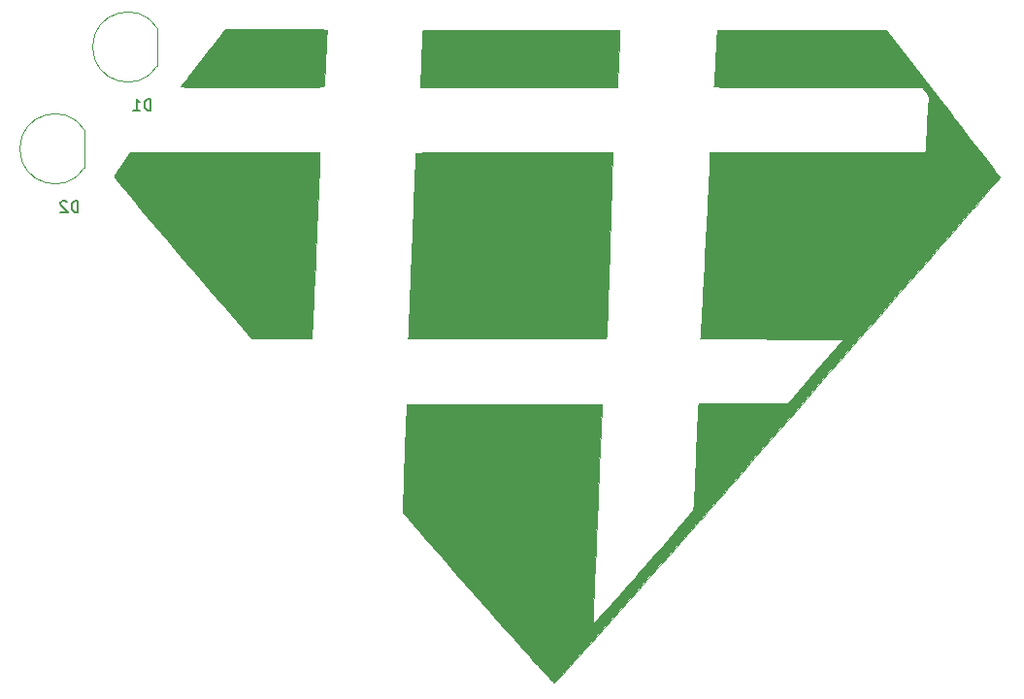
<source format=gbo>
G04 #@! TF.GenerationSoftware,KiCad,Pcbnew,(5.1.2)-1*
G04 #@! TF.CreationDate,2019-06-22T12:29:30-06:00*
G04 #@! TF.ProjectId,superhashtagpcb,73757065-7268-4617-9368-746167706362,rev?*
G04 #@! TF.SameCoordinates,Original*
G04 #@! TF.FileFunction,Legend,Bot*
G04 #@! TF.FilePolarity,Positive*
%FSLAX46Y46*%
G04 Gerber Fmt 4.6, Leading zero omitted, Abs format (unit mm)*
G04 Created by KiCad (PCBNEW (5.1.2)-1) date 2019-06-22 12:29:30*
%MOMM*%
%LPD*%
G04 APERTURE LIST*
%ADD10C,0.100000*%
%ADD11C,0.010000*%
%ADD12C,0.150000*%
G04 APERTURE END LIST*
D10*
X118181718Y-83482789D02*
G75*
G03X118180000Y-86700000I-2611718J-1607211D01*
G01*
X118180000Y-83490000D02*
X118180000Y-86700000D01*
X111831718Y-92372789D02*
G75*
G03X111830000Y-95590000I-2611718J-1607211D01*
G01*
X111830000Y-92380000D02*
X111830000Y-95590000D01*
D11*
G36*
X158466667Y-83838641D02*
G01*
X158464683Y-83936752D01*
X158459050Y-84108699D01*
X158450250Y-84343750D01*
X158438761Y-84631176D01*
X158425064Y-84960244D01*
X158409639Y-85320225D01*
X158392966Y-85700388D01*
X158375525Y-86090002D01*
X158357795Y-86478337D01*
X158340257Y-86854661D01*
X158323391Y-87208245D01*
X158307677Y-87528356D01*
X158293595Y-87804266D01*
X158281625Y-88025242D01*
X158272861Y-88171250D01*
X158245867Y-88584000D01*
X141071656Y-88584000D01*
X141090418Y-88382917D01*
X141095674Y-88302464D01*
X141103795Y-88146140D01*
X141114397Y-87922677D01*
X141127097Y-87640809D01*
X141141511Y-87309269D01*
X141157256Y-86936790D01*
X141173948Y-86532105D01*
X141191204Y-86103946D01*
X141197780Y-85938167D01*
X141214977Y-85509298D01*
X141231679Y-85105347D01*
X141247521Y-84734335D01*
X141262135Y-84404288D01*
X141275155Y-84123227D01*
X141286214Y-83899175D01*
X141294947Y-83740156D01*
X141300986Y-83654192D01*
X141302694Y-83641584D01*
X141319792Y-83635176D01*
X141368930Y-83629273D01*
X141453039Y-83623858D01*
X141575051Y-83618910D01*
X141737899Y-83614414D01*
X141944515Y-83610350D01*
X142197829Y-83606701D01*
X142500775Y-83603448D01*
X142856284Y-83600573D01*
X143267288Y-83598059D01*
X143736719Y-83595887D01*
X144267509Y-83594039D01*
X144862589Y-83592498D01*
X145524892Y-83591245D01*
X146257350Y-83590261D01*
X147062895Y-83589530D01*
X147944457Y-83589032D01*
X148904971Y-83588751D01*
X149892838Y-83588667D01*
X158466667Y-83588667D01*
X158466667Y-83838641D01*
X158466667Y-83838641D01*
G37*
X158466667Y-83838641D02*
X158464683Y-83936752D01*
X158459050Y-84108699D01*
X158450250Y-84343750D01*
X158438761Y-84631176D01*
X158425064Y-84960244D01*
X158409639Y-85320225D01*
X158392966Y-85700388D01*
X158375525Y-86090002D01*
X158357795Y-86478337D01*
X158340257Y-86854661D01*
X158323391Y-87208245D01*
X158307677Y-87528356D01*
X158293595Y-87804266D01*
X158281625Y-88025242D01*
X158272861Y-88171250D01*
X158245867Y-88584000D01*
X141071656Y-88584000D01*
X141090418Y-88382917D01*
X141095674Y-88302464D01*
X141103795Y-88146140D01*
X141114397Y-87922677D01*
X141127097Y-87640809D01*
X141141511Y-87309269D01*
X141157256Y-86936790D01*
X141173948Y-86532105D01*
X141191204Y-86103946D01*
X141197780Y-85938167D01*
X141214977Y-85509298D01*
X141231679Y-85105347D01*
X141247521Y-84734335D01*
X141262135Y-84404288D01*
X141275155Y-84123227D01*
X141286214Y-83899175D01*
X141294947Y-83740156D01*
X141300986Y-83654192D01*
X141302694Y-83641584D01*
X141319792Y-83635176D01*
X141368930Y-83629273D01*
X141453039Y-83623858D01*
X141575051Y-83618910D01*
X141737899Y-83614414D01*
X141944515Y-83610350D01*
X142197829Y-83606701D01*
X142500775Y-83603448D01*
X142856284Y-83600573D01*
X143267288Y-83598059D01*
X143736719Y-83595887D01*
X144267509Y-83594039D01*
X144862589Y-83592498D01*
X145524892Y-83591245D01*
X146257350Y-83590261D01*
X147062895Y-83589530D01*
X147944457Y-83589032D01*
X148904971Y-83588751D01*
X149892838Y-83588667D01*
X158466667Y-83588667D01*
X158466667Y-83838641D01*
G36*
X129227551Y-83546390D02*
G01*
X129856639Y-83546611D01*
X130410576Y-83547078D01*
X130894117Y-83547870D01*
X131312022Y-83549067D01*
X131669046Y-83550748D01*
X131969947Y-83552993D01*
X132219482Y-83555882D01*
X132422409Y-83559495D01*
X132583485Y-83563911D01*
X132707466Y-83569210D01*
X132799112Y-83575472D01*
X132863178Y-83582777D01*
X132904422Y-83591203D01*
X132927601Y-83600832D01*
X132937473Y-83611742D01*
X132939012Y-83620417D01*
X132936114Y-83687745D01*
X132928598Y-83822235D01*
X132917489Y-84006571D01*
X132903811Y-84223435D01*
X132898312Y-84308334D01*
X132884983Y-84529703D01*
X132869517Y-84814588D01*
X132852962Y-85141894D01*
X132836368Y-85490529D01*
X132820783Y-85839401D01*
X132813059Y-86022834D01*
X132793681Y-86472170D01*
X132773552Y-86897621D01*
X132753175Y-87290972D01*
X132733054Y-87644008D01*
X132713694Y-87948513D01*
X132695599Y-88196271D01*
X132679274Y-88379069D01*
X132665221Y-88488689D01*
X132660439Y-88509917D01*
X132654128Y-88520004D01*
X132639029Y-88529134D01*
X132611126Y-88537355D01*
X132566397Y-88544715D01*
X132500824Y-88551259D01*
X132410388Y-88557037D01*
X132291069Y-88562095D01*
X132138848Y-88566482D01*
X131949706Y-88570244D01*
X131719625Y-88573429D01*
X131444583Y-88576085D01*
X131120563Y-88578259D01*
X130743546Y-88579998D01*
X130309511Y-88581351D01*
X129814440Y-88582364D01*
X129254313Y-88583085D01*
X128625112Y-88583562D01*
X127922817Y-88583841D01*
X127143408Y-88583972D01*
X126391131Y-88584000D01*
X125513615Y-88583875D01*
X124717344Y-88583480D01*
X123998900Y-88582786D01*
X123354859Y-88581764D01*
X122781803Y-88580385D01*
X122276310Y-88578619D01*
X121834960Y-88576437D01*
X121454332Y-88573811D01*
X121131007Y-88570711D01*
X120861562Y-88567107D01*
X120642578Y-88562972D01*
X120470634Y-88558274D01*
X120342309Y-88552987D01*
X120254184Y-88547079D01*
X120202837Y-88540522D01*
X120184847Y-88533287D01*
X120185362Y-88531084D01*
X120265554Y-88427492D01*
X120389452Y-88268228D01*
X120551559Y-88060311D01*
X120746379Y-87810759D01*
X120968416Y-87526590D01*
X121212174Y-87214822D01*
X121472157Y-86882473D01*
X121742869Y-86536561D01*
X122018813Y-86184105D01*
X122294494Y-85832121D01*
X122564414Y-85487630D01*
X122823079Y-85157648D01*
X123064993Y-84849194D01*
X123284658Y-84569285D01*
X123476578Y-84324941D01*
X123635259Y-84123178D01*
X123755203Y-83971016D01*
X123830914Y-83875472D01*
X123848739Y-83853250D01*
X124097439Y-83546334D01*
X128518553Y-83546334D01*
X129227551Y-83546390D01*
X129227551Y-83546390D01*
G37*
X129227551Y-83546390D02*
X129856639Y-83546611D01*
X130410576Y-83547078D01*
X130894117Y-83547870D01*
X131312022Y-83549067D01*
X131669046Y-83550748D01*
X131969947Y-83552993D01*
X132219482Y-83555882D01*
X132422409Y-83559495D01*
X132583485Y-83563911D01*
X132707466Y-83569210D01*
X132799112Y-83575472D01*
X132863178Y-83582777D01*
X132904422Y-83591203D01*
X132927601Y-83600832D01*
X132937473Y-83611742D01*
X132939012Y-83620417D01*
X132936114Y-83687745D01*
X132928598Y-83822235D01*
X132917489Y-84006571D01*
X132903811Y-84223435D01*
X132898312Y-84308334D01*
X132884983Y-84529703D01*
X132869517Y-84814588D01*
X132852962Y-85141894D01*
X132836368Y-85490529D01*
X132820783Y-85839401D01*
X132813059Y-86022834D01*
X132793681Y-86472170D01*
X132773552Y-86897621D01*
X132753175Y-87290972D01*
X132733054Y-87644008D01*
X132713694Y-87948513D01*
X132695599Y-88196271D01*
X132679274Y-88379069D01*
X132665221Y-88488689D01*
X132660439Y-88509917D01*
X132654128Y-88520004D01*
X132639029Y-88529134D01*
X132611126Y-88537355D01*
X132566397Y-88544715D01*
X132500824Y-88551259D01*
X132410388Y-88557037D01*
X132291069Y-88562095D01*
X132138848Y-88566482D01*
X131949706Y-88570244D01*
X131719625Y-88573429D01*
X131444583Y-88576085D01*
X131120563Y-88578259D01*
X130743546Y-88579998D01*
X130309511Y-88581351D01*
X129814440Y-88582364D01*
X129254313Y-88583085D01*
X128625112Y-88583562D01*
X127922817Y-88583841D01*
X127143408Y-88583972D01*
X126391131Y-88584000D01*
X125513615Y-88583875D01*
X124717344Y-88583480D01*
X123998900Y-88582786D01*
X123354859Y-88581764D01*
X122781803Y-88580385D01*
X122276310Y-88578619D01*
X121834960Y-88576437D01*
X121454332Y-88573811D01*
X121131007Y-88570711D01*
X120861562Y-88567107D01*
X120642578Y-88562972D01*
X120470634Y-88558274D01*
X120342309Y-88552987D01*
X120254184Y-88547079D01*
X120202837Y-88540522D01*
X120184847Y-88533287D01*
X120185362Y-88531084D01*
X120265554Y-88427492D01*
X120389452Y-88268228D01*
X120551559Y-88060311D01*
X120746379Y-87810759D01*
X120968416Y-87526590D01*
X121212174Y-87214822D01*
X121472157Y-86882473D01*
X121742869Y-86536561D01*
X122018813Y-86184105D01*
X122294494Y-85832121D01*
X122564414Y-85487630D01*
X122823079Y-85157648D01*
X123064993Y-84849194D01*
X123284658Y-84569285D01*
X123476578Y-84324941D01*
X123635259Y-84123178D01*
X123755203Y-83971016D01*
X123830914Y-83875472D01*
X123848739Y-83853250D01*
X124097439Y-83546334D01*
X128518553Y-83546334D01*
X129227551Y-83546390D01*
G36*
X157815597Y-95367917D02*
G01*
X157807701Y-95660947D01*
X157797308Y-96030873D01*
X157784656Y-96469967D01*
X157769981Y-96970502D01*
X157753522Y-97524753D01*
X157735515Y-98124991D01*
X157716199Y-98763489D01*
X157695810Y-99432521D01*
X157674586Y-100124359D01*
X157652765Y-100831278D01*
X157630583Y-101545548D01*
X157608279Y-102259445D01*
X157586090Y-102965240D01*
X157564253Y-103655207D01*
X157543006Y-104321618D01*
X157522586Y-104956747D01*
X157503231Y-105552867D01*
X157493299Y-105856000D01*
X157465639Y-106685457D01*
X157439951Y-107431044D01*
X157416202Y-108093535D01*
X157394360Y-108673704D01*
X157374391Y-109172325D01*
X157356263Y-109590171D01*
X157339944Y-109928016D01*
X157325399Y-110186633D01*
X157312597Y-110366796D01*
X157301505Y-110469279D01*
X157296458Y-110491981D01*
X157286445Y-110499394D01*
X157260116Y-110506212D01*
X157214150Y-110512460D01*
X157145225Y-110518162D01*
X157050020Y-110523342D01*
X156925214Y-110528024D01*
X156767486Y-110532233D01*
X156573515Y-110535992D01*
X156339978Y-110539327D01*
X156063556Y-110542260D01*
X155740927Y-110544817D01*
X155368769Y-110547021D01*
X154943762Y-110548897D01*
X154462583Y-110550468D01*
X153921913Y-110551760D01*
X153318430Y-110552795D01*
X152648812Y-110553599D01*
X151909739Y-110554196D01*
X151097889Y-110554609D01*
X150209941Y-110554864D01*
X149242573Y-110554983D01*
X148643863Y-110555000D01*
X140015451Y-110555000D01*
X140035031Y-110332750D01*
X140037821Y-110292309D01*
X140041804Y-110219933D01*
X140047076Y-110113240D01*
X140053734Y-109969848D01*
X140061875Y-109787376D01*
X140071595Y-109563443D01*
X140082991Y-109295668D01*
X140096159Y-108981668D01*
X140111197Y-108619062D01*
X140128201Y-108205469D01*
X140147268Y-107738508D01*
X140168494Y-107215797D01*
X140191977Y-106634954D01*
X140217812Y-105993598D01*
X140246096Y-105289348D01*
X140276927Y-104519822D01*
X140310400Y-103682639D01*
X140346613Y-102775417D01*
X140385662Y-101795774D01*
X140427644Y-100741330D01*
X140472656Y-99609703D01*
X140520793Y-98398512D01*
X140572154Y-97105374D01*
X140578266Y-96951428D01*
X140596904Y-96492331D01*
X140615307Y-96058559D01*
X140633111Y-95657471D01*
X140649952Y-95296427D01*
X140665464Y-94982785D01*
X140679283Y-94723903D01*
X140691045Y-94527141D01*
X140700384Y-94399858D01*
X140706937Y-94349412D01*
X140707213Y-94349009D01*
X140757590Y-94340679D01*
X140890095Y-94332637D01*
X141102189Y-94324903D01*
X141391335Y-94317499D01*
X141754995Y-94310445D01*
X142190630Y-94303761D01*
X142695701Y-94297470D01*
X143267672Y-94291591D01*
X143904003Y-94286145D01*
X144602156Y-94281154D01*
X145359594Y-94276639D01*
X146173777Y-94272619D01*
X147042168Y-94269117D01*
X147962229Y-94266152D01*
X148931421Y-94263746D01*
X149947206Y-94261919D01*
X151007046Y-94260693D01*
X151498696Y-94260342D01*
X157844559Y-94256667D01*
X157815597Y-95367917D01*
X157815597Y-95367917D01*
G37*
X157815597Y-95367917D02*
X157807701Y-95660947D01*
X157797308Y-96030873D01*
X157784656Y-96469967D01*
X157769981Y-96970502D01*
X157753522Y-97524753D01*
X157735515Y-98124991D01*
X157716199Y-98763489D01*
X157695810Y-99432521D01*
X157674586Y-100124359D01*
X157652765Y-100831278D01*
X157630583Y-101545548D01*
X157608279Y-102259445D01*
X157586090Y-102965240D01*
X157564253Y-103655207D01*
X157543006Y-104321618D01*
X157522586Y-104956747D01*
X157503231Y-105552867D01*
X157493299Y-105856000D01*
X157465639Y-106685457D01*
X157439951Y-107431044D01*
X157416202Y-108093535D01*
X157394360Y-108673704D01*
X157374391Y-109172325D01*
X157356263Y-109590171D01*
X157339944Y-109928016D01*
X157325399Y-110186633D01*
X157312597Y-110366796D01*
X157301505Y-110469279D01*
X157296458Y-110491981D01*
X157286445Y-110499394D01*
X157260116Y-110506212D01*
X157214150Y-110512460D01*
X157145225Y-110518162D01*
X157050020Y-110523342D01*
X156925214Y-110528024D01*
X156767486Y-110532233D01*
X156573515Y-110535992D01*
X156339978Y-110539327D01*
X156063556Y-110542260D01*
X155740927Y-110544817D01*
X155368769Y-110547021D01*
X154943762Y-110548897D01*
X154462583Y-110550468D01*
X153921913Y-110551760D01*
X153318430Y-110552795D01*
X152648812Y-110553599D01*
X151909739Y-110554196D01*
X151097889Y-110554609D01*
X150209941Y-110554864D01*
X149242573Y-110554983D01*
X148643863Y-110555000D01*
X140015451Y-110555000D01*
X140035031Y-110332750D01*
X140037821Y-110292309D01*
X140041804Y-110219933D01*
X140047076Y-110113240D01*
X140053734Y-109969848D01*
X140061875Y-109787376D01*
X140071595Y-109563443D01*
X140082991Y-109295668D01*
X140096159Y-108981668D01*
X140111197Y-108619062D01*
X140128201Y-108205469D01*
X140147268Y-107738508D01*
X140168494Y-107215797D01*
X140191977Y-106634954D01*
X140217812Y-105993598D01*
X140246096Y-105289348D01*
X140276927Y-104519822D01*
X140310400Y-103682639D01*
X140346613Y-102775417D01*
X140385662Y-101795774D01*
X140427644Y-100741330D01*
X140472656Y-99609703D01*
X140520793Y-98398512D01*
X140572154Y-97105374D01*
X140578266Y-96951428D01*
X140596904Y-96492331D01*
X140615307Y-96058559D01*
X140633111Y-95657471D01*
X140649952Y-95296427D01*
X140665464Y-94982785D01*
X140679283Y-94723903D01*
X140691045Y-94527141D01*
X140700384Y-94399858D01*
X140706937Y-94349412D01*
X140707213Y-94349009D01*
X140757590Y-94340679D01*
X140890095Y-94332637D01*
X141102189Y-94324903D01*
X141391335Y-94317499D01*
X141754995Y-94310445D01*
X142190630Y-94303761D01*
X142695701Y-94297470D01*
X143267672Y-94291591D01*
X143904003Y-94286145D01*
X144602156Y-94281154D01*
X145359594Y-94276639D01*
X146173777Y-94272619D01*
X147042168Y-94269117D01*
X147962229Y-94266152D01*
X148931421Y-94263746D01*
X149947206Y-94261919D01*
X151007046Y-94260693D01*
X151498696Y-94260342D01*
X157844559Y-94256667D01*
X157815597Y-95367917D01*
G36*
X132304667Y-94743379D02*
G01*
X132302666Y-94868297D01*
X132296676Y-95077359D01*
X132286714Y-95370139D01*
X132272799Y-95746209D01*
X132254948Y-96205141D01*
X132233180Y-96746509D01*
X132207513Y-97369884D01*
X132177966Y-98074841D01*
X132144555Y-98860950D01*
X132107299Y-99727786D01*
X132066217Y-100674921D01*
X132021327Y-101701927D01*
X131972645Y-102808377D01*
X131920191Y-103993844D01*
X131863983Y-105257901D01*
X131804039Y-106600121D01*
X131775965Y-107226938D01*
X131752466Y-107744130D01*
X131729475Y-108236646D01*
X131707333Y-108697962D01*
X131686383Y-109121555D01*
X131666967Y-109500900D01*
X131649425Y-109829473D01*
X131634102Y-110100751D01*
X131621337Y-110308211D01*
X131611474Y-110445327D01*
X131604853Y-110505578D01*
X131604017Y-110507772D01*
X131558175Y-110512635D01*
X131435006Y-110517678D01*
X131241849Y-110522788D01*
X130986043Y-110527850D01*
X130674928Y-110532748D01*
X130315843Y-110537369D01*
X129916127Y-110541599D01*
X129483120Y-110545321D01*
X129024160Y-110548423D01*
X128985133Y-110548649D01*
X126392300Y-110563464D01*
X123960404Y-107733482D01*
X123014066Y-106631561D01*
X122114120Y-105582289D01*
X121261102Y-104586302D01*
X120455548Y-103644236D01*
X119697993Y-102756725D01*
X118988973Y-101924405D01*
X118329023Y-101147911D01*
X117718678Y-100427880D01*
X117158475Y-99764945D01*
X116648949Y-99159743D01*
X116190635Y-98612909D01*
X115784069Y-98125077D01*
X115429786Y-97696885D01*
X115128322Y-97328966D01*
X114880212Y-97021957D01*
X114685992Y-96776493D01*
X114546197Y-96593208D01*
X114461363Y-96472739D01*
X114441393Y-96439437D01*
X114417113Y-96380300D01*
X114418054Y-96319458D01*
X114450297Y-96236328D01*
X114519922Y-96110322D01*
X114557210Y-96047312D01*
X114634687Y-95924213D01*
X114751133Y-95747966D01*
X114896006Y-95534106D01*
X115058762Y-95298166D01*
X115228858Y-95055678D01*
X115262602Y-95008084D01*
X115796351Y-94256667D01*
X132304667Y-94256667D01*
X132304667Y-94743379D01*
X132304667Y-94743379D01*
G37*
X132304667Y-94743379D02*
X132302666Y-94868297D01*
X132296676Y-95077359D01*
X132286714Y-95370139D01*
X132272799Y-95746209D01*
X132254948Y-96205141D01*
X132233180Y-96746509D01*
X132207513Y-97369884D01*
X132177966Y-98074841D01*
X132144555Y-98860950D01*
X132107299Y-99727786D01*
X132066217Y-100674921D01*
X132021327Y-101701927D01*
X131972645Y-102808377D01*
X131920191Y-103993844D01*
X131863983Y-105257901D01*
X131804039Y-106600121D01*
X131775965Y-107226938D01*
X131752466Y-107744130D01*
X131729475Y-108236646D01*
X131707333Y-108697962D01*
X131686383Y-109121555D01*
X131666967Y-109500900D01*
X131649425Y-109829473D01*
X131634102Y-110100751D01*
X131621337Y-110308211D01*
X131611474Y-110445327D01*
X131604853Y-110505578D01*
X131604017Y-110507772D01*
X131558175Y-110512635D01*
X131435006Y-110517678D01*
X131241849Y-110522788D01*
X130986043Y-110527850D01*
X130674928Y-110532748D01*
X130315843Y-110537369D01*
X129916127Y-110541599D01*
X129483120Y-110545321D01*
X129024160Y-110548423D01*
X128985133Y-110548649D01*
X126392300Y-110563464D01*
X123960404Y-107733482D01*
X123014066Y-106631561D01*
X122114120Y-105582289D01*
X121261102Y-104586302D01*
X120455548Y-103644236D01*
X119697993Y-102756725D01*
X118988973Y-101924405D01*
X118329023Y-101147911D01*
X117718678Y-100427880D01*
X117158475Y-99764945D01*
X116648949Y-99159743D01*
X116190635Y-98612909D01*
X115784069Y-98125077D01*
X115429786Y-97696885D01*
X115128322Y-97328966D01*
X114880212Y-97021957D01*
X114685992Y-96776493D01*
X114546197Y-96593208D01*
X114461363Y-96472739D01*
X114441393Y-96439437D01*
X114417113Y-96380300D01*
X114418054Y-96319458D01*
X114450297Y-96236328D01*
X114519922Y-96110322D01*
X114557210Y-96047312D01*
X114634687Y-95924213D01*
X114751133Y-95747966D01*
X114896006Y-95534106D01*
X115058762Y-95298166D01*
X115228858Y-95055678D01*
X115262602Y-95008084D01*
X115796351Y-94256667D01*
X132304667Y-94256667D01*
X132304667Y-94743379D01*
G36*
X174350659Y-83599131D02*
G01*
X181725651Y-83609834D01*
X186690481Y-90023334D01*
X187193797Y-90673618D01*
X187683084Y-91305993D01*
X188155836Y-91917208D01*
X188609544Y-92504010D01*
X189041698Y-93063149D01*
X189449791Y-93591374D01*
X189831314Y-94085433D01*
X190183759Y-94542077D01*
X190504618Y-94958053D01*
X190791381Y-95330110D01*
X191041541Y-95654998D01*
X191252589Y-95929465D01*
X191422017Y-96150261D01*
X191547316Y-96314134D01*
X191625977Y-96417832D01*
X191655493Y-96458106D01*
X191655656Y-96458488D01*
X191651351Y-96467576D01*
X191637287Y-96487585D01*
X191611947Y-96520259D01*
X191573808Y-96567341D01*
X191521351Y-96630575D01*
X191453057Y-96711706D01*
X191367405Y-96812477D01*
X191262875Y-96934631D01*
X191137947Y-97079914D01*
X190991101Y-97250068D01*
X190820817Y-97446838D01*
X190625575Y-97671968D01*
X190403854Y-97927201D01*
X190154136Y-98214281D01*
X189874900Y-98534952D01*
X189564626Y-98890958D01*
X189221794Y-99284044D01*
X188844883Y-99715952D01*
X188432374Y-100188427D01*
X187982748Y-100703212D01*
X187494482Y-101262052D01*
X186966059Y-101866690D01*
X186395958Y-102518870D01*
X185782658Y-103220337D01*
X185124640Y-103972833D01*
X184420383Y-104778104D01*
X183668368Y-105637892D01*
X182867075Y-106553942D01*
X182014983Y-107527997D01*
X181110573Y-108561802D01*
X180152325Y-109657100D01*
X179885278Y-109962334D01*
X178765189Y-111242542D01*
X177699084Y-112460963D01*
X176685236Y-113619565D01*
X175721918Y-114720316D01*
X174807405Y-115765186D01*
X173939971Y-116756143D01*
X173117889Y-117695157D01*
X172339433Y-118584195D01*
X171602877Y-119425226D01*
X170906494Y-120220220D01*
X170248560Y-120971146D01*
X169627347Y-121679971D01*
X169041129Y-122348665D01*
X168488180Y-122979196D01*
X167966774Y-123573534D01*
X167475185Y-124133647D01*
X167011686Y-124661504D01*
X166574552Y-125159074D01*
X166162056Y-125628325D01*
X165772472Y-126071227D01*
X165404073Y-126489747D01*
X165055135Y-126885856D01*
X164723930Y-127261521D01*
X164408733Y-127618711D01*
X164107816Y-127959396D01*
X163888041Y-128208000D01*
X162852054Y-129378937D01*
X161870979Y-130486783D01*
X160944130Y-131532297D01*
X160070819Y-132516240D01*
X159250361Y-133439373D01*
X158482067Y-134302458D01*
X157765252Y-135106254D01*
X157099229Y-135851523D01*
X156483310Y-136539025D01*
X155916810Y-137169521D01*
X155399040Y-137743773D01*
X154929315Y-138262539D01*
X154506948Y-138726582D01*
X154131252Y-139136662D01*
X153801540Y-139493540D01*
X153517125Y-139797977D01*
X153277320Y-140050733D01*
X153081440Y-140252570D01*
X152928796Y-140404247D01*
X152818703Y-140506526D01*
X152750473Y-140560168D01*
X152728875Y-140569334D01*
X152681771Y-140540340D01*
X152590135Y-140461362D01*
X152467107Y-140344402D01*
X152325827Y-140201463D01*
X152323381Y-140198917D01*
X152147207Y-140012522D01*
X151918412Y-139765624D01*
X151639990Y-139461559D01*
X151314931Y-139103667D01*
X150946229Y-138695284D01*
X150536875Y-138239748D01*
X150089861Y-137740397D01*
X149608180Y-137200568D01*
X149094824Y-136623600D01*
X148552785Y-136012830D01*
X147985054Y-135371596D01*
X147394625Y-134703235D01*
X147266492Y-134558000D01*
X147083619Y-134350409D01*
X146860474Y-134096658D01*
X146600971Y-133801221D01*
X146309022Y-133468571D01*
X145988538Y-133103180D01*
X145643434Y-132709521D01*
X145277620Y-132292068D01*
X144895011Y-131855293D01*
X144499518Y-131403670D01*
X144095054Y-130941670D01*
X143685532Y-130473768D01*
X143274863Y-130004435D01*
X142866961Y-129538145D01*
X142465739Y-129079371D01*
X142075108Y-128632585D01*
X141698981Y-128202262D01*
X141341271Y-127792872D01*
X141005890Y-127408890D01*
X140696752Y-127054788D01*
X140417767Y-126735040D01*
X140172850Y-126454118D01*
X139965912Y-126216494D01*
X139800866Y-126026643D01*
X139681625Y-125889037D01*
X139612100Y-125808148D01*
X139596401Y-125789367D01*
X139586131Y-125761153D01*
X139578564Y-125702182D01*
X139573797Y-125607099D01*
X139571926Y-125470553D01*
X139573050Y-125287189D01*
X139577266Y-125051656D01*
X139584670Y-124758599D01*
X139595359Y-124402667D01*
X139609431Y-123978506D01*
X139626984Y-123480763D01*
X139648113Y-122904085D01*
X139649401Y-122869442D01*
X139685086Y-121914320D01*
X139718012Y-121042376D01*
X139748238Y-120252168D01*
X139775823Y-119542254D01*
X139800825Y-118911193D01*
X139823306Y-118357542D01*
X139843323Y-117879861D01*
X139860935Y-117476706D01*
X139876203Y-117146637D01*
X139889186Y-116888211D01*
X139899941Y-116699988D01*
X139907055Y-116598084D01*
X139933479Y-116270000D01*
X148414408Y-116270000D01*
X149255488Y-116270156D01*
X150073891Y-116270614D01*
X150865602Y-116271360D01*
X151626608Y-116272377D01*
X152352893Y-116273651D01*
X153040443Y-116275168D01*
X153685244Y-116276912D01*
X154283282Y-116278867D01*
X154830543Y-116281020D01*
X155323011Y-116283355D01*
X155756674Y-116285857D01*
X156127516Y-116288511D01*
X156431523Y-116291302D01*
X156664681Y-116294216D01*
X156822976Y-116297236D01*
X156902393Y-116300349D01*
X156911317Y-116301750D01*
X156911909Y-116347866D01*
X156908962Y-116472408D01*
X156902717Y-116669222D01*
X156893412Y-116932153D01*
X156881287Y-117255045D01*
X156866581Y-117631742D01*
X156849535Y-118056090D01*
X156830387Y-118521933D01*
X156809377Y-119023116D01*
X156786744Y-119553484D01*
X156767601Y-119995334D01*
X156739472Y-120642132D01*
X156709575Y-121332908D01*
X156678185Y-122061137D01*
X156645577Y-122820296D01*
X156612026Y-123603859D01*
X156577809Y-124405303D01*
X156543198Y-125218102D01*
X156508471Y-126035734D01*
X156473902Y-126851674D01*
X156439765Y-127659397D01*
X156406337Y-128452379D01*
X156373892Y-129224096D01*
X156342706Y-129968023D01*
X156313053Y-130677637D01*
X156285210Y-131346413D01*
X156259450Y-131967827D01*
X156236049Y-132535354D01*
X156215282Y-133042471D01*
X156197425Y-133482653D01*
X156182752Y-133849375D01*
X156174463Y-134060422D01*
X156162816Y-134384159D01*
X156153941Y-134680364D01*
X156148012Y-134938531D01*
X156145203Y-135148153D01*
X156145688Y-135298721D01*
X156149641Y-135379730D01*
X156152450Y-135390561D01*
X156198700Y-135384014D01*
X156276077Y-135331249D01*
X156292626Y-135316639D01*
X156362182Y-135246648D01*
X156484169Y-135116709D01*
X156655245Y-134930579D01*
X156872073Y-134692014D01*
X157131310Y-134404770D01*
X157429619Y-134072604D01*
X157763659Y-133699271D01*
X158130090Y-133288529D01*
X158525573Y-132844132D01*
X158946767Y-132369838D01*
X159390333Y-131869402D01*
X159852931Y-131346582D01*
X160331221Y-130805132D01*
X160821864Y-130248810D01*
X161321519Y-129681371D01*
X161826847Y-129106572D01*
X162334508Y-128528169D01*
X162744926Y-128059834D01*
X163179182Y-127562213D01*
X163558402Y-127123875D01*
X163884988Y-126741897D01*
X164161343Y-126413358D01*
X164389872Y-126135340D01*
X164572976Y-125904920D01*
X164713060Y-125719178D01*
X164812526Y-125575194D01*
X164870364Y-125476833D01*
X164885228Y-125440050D01*
X164899167Y-125386698D01*
X164912481Y-125311665D01*
X164925474Y-125209843D01*
X164938447Y-125076123D01*
X164951702Y-124905394D01*
X164965542Y-124692547D01*
X164980268Y-124432474D01*
X164996183Y-124120064D01*
X165013589Y-123750208D01*
X165032787Y-123317796D01*
X165054081Y-122817720D01*
X165077771Y-122244869D01*
X165104161Y-121594135D01*
X165113123Y-121371167D01*
X165143955Y-120609786D01*
X165173284Y-119899620D01*
X165200960Y-119243877D01*
X165226835Y-118645765D01*
X165250758Y-118108491D01*
X165272582Y-117635262D01*
X165292156Y-117229287D01*
X165309332Y-116893773D01*
X165323961Y-116631928D01*
X165335892Y-116446958D01*
X165344979Y-116342073D01*
X165347857Y-116322917D01*
X165368613Y-116227667D01*
X173137320Y-116227667D01*
X175587311Y-113423084D01*
X178037303Y-110618500D01*
X174295068Y-110592930D01*
X173661524Y-110588745D01*
X172995711Y-110584612D01*
X172310518Y-110580596D01*
X171618838Y-110576763D01*
X170933560Y-110573178D01*
X170267575Y-110569906D01*
X169633775Y-110567012D01*
X169045051Y-110564562D01*
X168514293Y-110562620D01*
X168054392Y-110561254D01*
X168024745Y-110561180D01*
X167479677Y-110559514D01*
X167014007Y-110557299D01*
X166622466Y-110554413D01*
X166299787Y-110550730D01*
X166040702Y-110546128D01*
X165839943Y-110540481D01*
X165692243Y-110533667D01*
X165592332Y-110525560D01*
X165534944Y-110516036D01*
X165514810Y-110504973D01*
X165514933Y-110502084D01*
X165520894Y-110449455D01*
X165530855Y-110317405D01*
X165544542Y-110111070D01*
X165561685Y-109835588D01*
X165582010Y-109496095D01*
X165605244Y-109097728D01*
X165631116Y-108645626D01*
X165659352Y-108144923D01*
X165689680Y-107600759D01*
X165721827Y-107018269D01*
X165755521Y-106402592D01*
X165790489Y-105758863D01*
X165826459Y-105092220D01*
X165863158Y-104407800D01*
X165900314Y-103710740D01*
X165937653Y-103006178D01*
X165974904Y-102299250D01*
X166011794Y-101595093D01*
X166048050Y-100898844D01*
X166083400Y-100215641D01*
X166117571Y-99550621D01*
X166150290Y-98908920D01*
X166181286Y-98295675D01*
X166210285Y-97716025D01*
X166237015Y-97175105D01*
X166261203Y-96678053D01*
X166282577Y-96230006D01*
X166300864Y-95836101D01*
X166315791Y-95501475D01*
X166327087Y-95231265D01*
X166331967Y-95103334D01*
X166361834Y-94277834D01*
X185157834Y-94235500D01*
X185171028Y-94066167D01*
X185176202Y-93992067D01*
X185186172Y-93842031D01*
X185200383Y-93624622D01*
X185218285Y-93348402D01*
X185239323Y-93021932D01*
X185262946Y-92653774D01*
X185288601Y-92252492D01*
X185315735Y-91826646D01*
X185326763Y-91653167D01*
X185469304Y-89409500D01*
X185160534Y-89007334D01*
X184851764Y-88605167D01*
X175762727Y-88594487D01*
X174728664Y-88593248D01*
X173775957Y-88592038D01*
X172901292Y-88590828D01*
X172101357Y-88589585D01*
X171372841Y-88588280D01*
X170712432Y-88586880D01*
X170116817Y-88585356D01*
X169582684Y-88583675D01*
X169106722Y-88581808D01*
X168685618Y-88579724D01*
X168316061Y-88577390D01*
X167994738Y-88574777D01*
X167718337Y-88571854D01*
X167483547Y-88568589D01*
X167287055Y-88564952D01*
X167125549Y-88560912D01*
X166995717Y-88556438D01*
X166894247Y-88551498D01*
X166817828Y-88546063D01*
X166763147Y-88540100D01*
X166726891Y-88533580D01*
X166705750Y-88526471D01*
X166696411Y-88518742D01*
X166695562Y-88510362D01*
X166695714Y-88509820D01*
X166708138Y-88432421D01*
X166723267Y-88279282D01*
X166740549Y-88059269D01*
X166759432Y-87781245D01*
X166779364Y-87454076D01*
X166799792Y-87086626D01*
X166820166Y-86687760D01*
X166839932Y-86266343D01*
X166850572Y-86022834D01*
X166865356Y-85690773D01*
X166881739Y-85349283D01*
X166898623Y-85019487D01*
X166914910Y-84722505D01*
X166929504Y-84479461D01*
X166935248Y-84393000D01*
X166950076Y-84171345D01*
X166962442Y-83971140D01*
X166971193Y-83812215D01*
X166975175Y-83714400D01*
X166975295Y-83704965D01*
X166975667Y-83588429D01*
X174350659Y-83599131D01*
X174350659Y-83599131D01*
G37*
X174350659Y-83599131D02*
X181725651Y-83609834D01*
X186690481Y-90023334D01*
X187193797Y-90673618D01*
X187683084Y-91305993D01*
X188155836Y-91917208D01*
X188609544Y-92504010D01*
X189041698Y-93063149D01*
X189449791Y-93591374D01*
X189831314Y-94085433D01*
X190183759Y-94542077D01*
X190504618Y-94958053D01*
X190791381Y-95330110D01*
X191041541Y-95654998D01*
X191252589Y-95929465D01*
X191422017Y-96150261D01*
X191547316Y-96314134D01*
X191625977Y-96417832D01*
X191655493Y-96458106D01*
X191655656Y-96458488D01*
X191651351Y-96467576D01*
X191637287Y-96487585D01*
X191611947Y-96520259D01*
X191573808Y-96567341D01*
X191521351Y-96630575D01*
X191453057Y-96711706D01*
X191367405Y-96812477D01*
X191262875Y-96934631D01*
X191137947Y-97079914D01*
X190991101Y-97250068D01*
X190820817Y-97446838D01*
X190625575Y-97671968D01*
X190403854Y-97927201D01*
X190154136Y-98214281D01*
X189874900Y-98534952D01*
X189564626Y-98890958D01*
X189221794Y-99284044D01*
X188844883Y-99715952D01*
X188432374Y-100188427D01*
X187982748Y-100703212D01*
X187494482Y-101262052D01*
X186966059Y-101866690D01*
X186395958Y-102518870D01*
X185782658Y-103220337D01*
X185124640Y-103972833D01*
X184420383Y-104778104D01*
X183668368Y-105637892D01*
X182867075Y-106553942D01*
X182014983Y-107527997D01*
X181110573Y-108561802D01*
X180152325Y-109657100D01*
X179885278Y-109962334D01*
X178765189Y-111242542D01*
X177699084Y-112460963D01*
X176685236Y-113619565D01*
X175721918Y-114720316D01*
X174807405Y-115765186D01*
X173939971Y-116756143D01*
X173117889Y-117695157D01*
X172339433Y-118584195D01*
X171602877Y-119425226D01*
X170906494Y-120220220D01*
X170248560Y-120971146D01*
X169627347Y-121679971D01*
X169041129Y-122348665D01*
X168488180Y-122979196D01*
X167966774Y-123573534D01*
X167475185Y-124133647D01*
X167011686Y-124661504D01*
X166574552Y-125159074D01*
X166162056Y-125628325D01*
X165772472Y-126071227D01*
X165404073Y-126489747D01*
X165055135Y-126885856D01*
X164723930Y-127261521D01*
X164408733Y-127618711D01*
X164107816Y-127959396D01*
X163888041Y-128208000D01*
X162852054Y-129378937D01*
X161870979Y-130486783D01*
X160944130Y-131532297D01*
X160070819Y-132516240D01*
X159250361Y-133439373D01*
X158482067Y-134302458D01*
X157765252Y-135106254D01*
X157099229Y-135851523D01*
X156483310Y-136539025D01*
X155916810Y-137169521D01*
X155399040Y-137743773D01*
X154929315Y-138262539D01*
X154506948Y-138726582D01*
X154131252Y-139136662D01*
X153801540Y-139493540D01*
X153517125Y-139797977D01*
X153277320Y-140050733D01*
X153081440Y-140252570D01*
X152928796Y-140404247D01*
X152818703Y-140506526D01*
X152750473Y-140560168D01*
X152728875Y-140569334D01*
X152681771Y-140540340D01*
X152590135Y-140461362D01*
X152467107Y-140344402D01*
X152325827Y-140201463D01*
X152323381Y-140198917D01*
X152147207Y-140012522D01*
X151918412Y-139765624D01*
X151639990Y-139461559D01*
X151314931Y-139103667D01*
X150946229Y-138695284D01*
X150536875Y-138239748D01*
X150089861Y-137740397D01*
X149608180Y-137200568D01*
X149094824Y-136623600D01*
X148552785Y-136012830D01*
X147985054Y-135371596D01*
X147394625Y-134703235D01*
X147266492Y-134558000D01*
X147083619Y-134350409D01*
X146860474Y-134096658D01*
X146600971Y-133801221D01*
X146309022Y-133468571D01*
X145988538Y-133103180D01*
X145643434Y-132709521D01*
X145277620Y-132292068D01*
X144895011Y-131855293D01*
X144499518Y-131403670D01*
X144095054Y-130941670D01*
X143685532Y-130473768D01*
X143274863Y-130004435D01*
X142866961Y-129538145D01*
X142465739Y-129079371D01*
X142075108Y-128632585D01*
X141698981Y-128202262D01*
X141341271Y-127792872D01*
X141005890Y-127408890D01*
X140696752Y-127054788D01*
X140417767Y-126735040D01*
X140172850Y-126454118D01*
X139965912Y-126216494D01*
X139800866Y-126026643D01*
X139681625Y-125889037D01*
X139612100Y-125808148D01*
X139596401Y-125789367D01*
X139586131Y-125761153D01*
X139578564Y-125702182D01*
X139573797Y-125607099D01*
X139571926Y-125470553D01*
X139573050Y-125287189D01*
X139577266Y-125051656D01*
X139584670Y-124758599D01*
X139595359Y-124402667D01*
X139609431Y-123978506D01*
X139626984Y-123480763D01*
X139648113Y-122904085D01*
X139649401Y-122869442D01*
X139685086Y-121914320D01*
X139718012Y-121042376D01*
X139748238Y-120252168D01*
X139775823Y-119542254D01*
X139800825Y-118911193D01*
X139823306Y-118357542D01*
X139843323Y-117879861D01*
X139860935Y-117476706D01*
X139876203Y-117146637D01*
X139889186Y-116888211D01*
X139899941Y-116699988D01*
X139907055Y-116598084D01*
X139933479Y-116270000D01*
X148414408Y-116270000D01*
X149255488Y-116270156D01*
X150073891Y-116270614D01*
X150865602Y-116271360D01*
X151626608Y-116272377D01*
X152352893Y-116273651D01*
X153040443Y-116275168D01*
X153685244Y-116276912D01*
X154283282Y-116278867D01*
X154830543Y-116281020D01*
X155323011Y-116283355D01*
X155756674Y-116285857D01*
X156127516Y-116288511D01*
X156431523Y-116291302D01*
X156664681Y-116294216D01*
X156822976Y-116297236D01*
X156902393Y-116300349D01*
X156911317Y-116301750D01*
X156911909Y-116347866D01*
X156908962Y-116472408D01*
X156902717Y-116669222D01*
X156893412Y-116932153D01*
X156881287Y-117255045D01*
X156866581Y-117631742D01*
X156849535Y-118056090D01*
X156830387Y-118521933D01*
X156809377Y-119023116D01*
X156786744Y-119553484D01*
X156767601Y-119995334D01*
X156739472Y-120642132D01*
X156709575Y-121332908D01*
X156678185Y-122061137D01*
X156645577Y-122820296D01*
X156612026Y-123603859D01*
X156577809Y-124405303D01*
X156543198Y-125218102D01*
X156508471Y-126035734D01*
X156473902Y-126851674D01*
X156439765Y-127659397D01*
X156406337Y-128452379D01*
X156373892Y-129224096D01*
X156342706Y-129968023D01*
X156313053Y-130677637D01*
X156285210Y-131346413D01*
X156259450Y-131967827D01*
X156236049Y-132535354D01*
X156215282Y-133042471D01*
X156197425Y-133482653D01*
X156182752Y-133849375D01*
X156174463Y-134060422D01*
X156162816Y-134384159D01*
X156153941Y-134680364D01*
X156148012Y-134938531D01*
X156145203Y-135148153D01*
X156145688Y-135298721D01*
X156149641Y-135379730D01*
X156152450Y-135390561D01*
X156198700Y-135384014D01*
X156276077Y-135331249D01*
X156292626Y-135316639D01*
X156362182Y-135246648D01*
X156484169Y-135116709D01*
X156655245Y-134930579D01*
X156872073Y-134692014D01*
X157131310Y-134404770D01*
X157429619Y-134072604D01*
X157763659Y-133699271D01*
X158130090Y-133288529D01*
X158525573Y-132844132D01*
X158946767Y-132369838D01*
X159390333Y-131869402D01*
X159852931Y-131346582D01*
X160331221Y-130805132D01*
X160821864Y-130248810D01*
X161321519Y-129681371D01*
X161826847Y-129106572D01*
X162334508Y-128528169D01*
X162744926Y-128059834D01*
X163179182Y-127562213D01*
X163558402Y-127123875D01*
X163884988Y-126741897D01*
X164161343Y-126413358D01*
X164389872Y-126135340D01*
X164572976Y-125904920D01*
X164713060Y-125719178D01*
X164812526Y-125575194D01*
X164870364Y-125476833D01*
X164885228Y-125440050D01*
X164899167Y-125386698D01*
X164912481Y-125311665D01*
X164925474Y-125209843D01*
X164938447Y-125076123D01*
X164951702Y-124905394D01*
X164965542Y-124692547D01*
X164980268Y-124432474D01*
X164996183Y-124120064D01*
X165013589Y-123750208D01*
X165032787Y-123317796D01*
X165054081Y-122817720D01*
X165077771Y-122244869D01*
X165104161Y-121594135D01*
X165113123Y-121371167D01*
X165143955Y-120609786D01*
X165173284Y-119899620D01*
X165200960Y-119243877D01*
X165226835Y-118645765D01*
X165250758Y-118108491D01*
X165272582Y-117635262D01*
X165292156Y-117229287D01*
X165309332Y-116893773D01*
X165323961Y-116631928D01*
X165335892Y-116446958D01*
X165344979Y-116342073D01*
X165347857Y-116322917D01*
X165368613Y-116227667D01*
X173137320Y-116227667D01*
X175587311Y-113423084D01*
X178037303Y-110618500D01*
X174295068Y-110592930D01*
X173661524Y-110588745D01*
X172995711Y-110584612D01*
X172310518Y-110580596D01*
X171618838Y-110576763D01*
X170933560Y-110573178D01*
X170267575Y-110569906D01*
X169633775Y-110567012D01*
X169045051Y-110564562D01*
X168514293Y-110562620D01*
X168054392Y-110561254D01*
X168024745Y-110561180D01*
X167479677Y-110559514D01*
X167014007Y-110557299D01*
X166622466Y-110554413D01*
X166299787Y-110550730D01*
X166040702Y-110546128D01*
X165839943Y-110540481D01*
X165692243Y-110533667D01*
X165592332Y-110525560D01*
X165534944Y-110516036D01*
X165514810Y-110504973D01*
X165514933Y-110502084D01*
X165520894Y-110449455D01*
X165530855Y-110317405D01*
X165544542Y-110111070D01*
X165561685Y-109835588D01*
X165582010Y-109496095D01*
X165605244Y-109097728D01*
X165631116Y-108645626D01*
X165659352Y-108144923D01*
X165689680Y-107600759D01*
X165721827Y-107018269D01*
X165755521Y-106402592D01*
X165790489Y-105758863D01*
X165826459Y-105092220D01*
X165863158Y-104407800D01*
X165900314Y-103710740D01*
X165937653Y-103006178D01*
X165974904Y-102299250D01*
X166011794Y-101595093D01*
X166048050Y-100898844D01*
X166083400Y-100215641D01*
X166117571Y-99550621D01*
X166150290Y-98908920D01*
X166181286Y-98295675D01*
X166210285Y-97716025D01*
X166237015Y-97175105D01*
X166261203Y-96678053D01*
X166282577Y-96230006D01*
X166300864Y-95836101D01*
X166315791Y-95501475D01*
X166327087Y-95231265D01*
X166331967Y-95103334D01*
X166361834Y-94277834D01*
X185157834Y-94235500D01*
X185171028Y-94066167D01*
X185176202Y-93992067D01*
X185186172Y-93842031D01*
X185200383Y-93624622D01*
X185218285Y-93348402D01*
X185239323Y-93021932D01*
X185262946Y-92653774D01*
X185288601Y-92252492D01*
X185315735Y-91826646D01*
X185326763Y-91653167D01*
X185469304Y-89409500D01*
X185160534Y-89007334D01*
X184851764Y-88605167D01*
X175762727Y-88594487D01*
X174728664Y-88593248D01*
X173775957Y-88592038D01*
X172901292Y-88590828D01*
X172101357Y-88589585D01*
X171372841Y-88588280D01*
X170712432Y-88586880D01*
X170116817Y-88585356D01*
X169582684Y-88583675D01*
X169106722Y-88581808D01*
X168685618Y-88579724D01*
X168316061Y-88577390D01*
X167994738Y-88574777D01*
X167718337Y-88571854D01*
X167483547Y-88568589D01*
X167287055Y-88564952D01*
X167125549Y-88560912D01*
X166995717Y-88556438D01*
X166894247Y-88551498D01*
X166817828Y-88546063D01*
X166763147Y-88540100D01*
X166726891Y-88533580D01*
X166705750Y-88526471D01*
X166696411Y-88518742D01*
X166695562Y-88510362D01*
X166695714Y-88509820D01*
X166708138Y-88432421D01*
X166723267Y-88279282D01*
X166740549Y-88059269D01*
X166759432Y-87781245D01*
X166779364Y-87454076D01*
X166799792Y-87086626D01*
X166820166Y-86687760D01*
X166839932Y-86266343D01*
X166850572Y-86022834D01*
X166865356Y-85690773D01*
X166881739Y-85349283D01*
X166898623Y-85019487D01*
X166914910Y-84722505D01*
X166929504Y-84479461D01*
X166935248Y-84393000D01*
X166950076Y-84171345D01*
X166962442Y-83971140D01*
X166971193Y-83812215D01*
X166975175Y-83714400D01*
X166975295Y-83704965D01*
X166975667Y-83588429D01*
X174350659Y-83599131D01*
D12*
X117578095Y-90622380D02*
X117578095Y-89622380D01*
X117340000Y-89622380D01*
X117197142Y-89670000D01*
X117101904Y-89765238D01*
X117054285Y-89860476D01*
X117006666Y-90050952D01*
X117006666Y-90193809D01*
X117054285Y-90384285D01*
X117101904Y-90479523D01*
X117197142Y-90574761D01*
X117340000Y-90622380D01*
X117578095Y-90622380D01*
X116054285Y-90622380D02*
X116625714Y-90622380D01*
X116340000Y-90622380D02*
X116340000Y-89622380D01*
X116435238Y-89765238D01*
X116530476Y-89860476D01*
X116625714Y-89908095D01*
X111228095Y-99512380D02*
X111228095Y-98512380D01*
X110990000Y-98512380D01*
X110847142Y-98560000D01*
X110751904Y-98655238D01*
X110704285Y-98750476D01*
X110656666Y-98940952D01*
X110656666Y-99083809D01*
X110704285Y-99274285D01*
X110751904Y-99369523D01*
X110847142Y-99464761D01*
X110990000Y-99512380D01*
X111228095Y-99512380D01*
X110275714Y-98607619D02*
X110228095Y-98560000D01*
X110132857Y-98512380D01*
X109894761Y-98512380D01*
X109799523Y-98560000D01*
X109751904Y-98607619D01*
X109704285Y-98702857D01*
X109704285Y-98798095D01*
X109751904Y-98940952D01*
X110323333Y-99512380D01*
X109704285Y-99512380D01*
M02*

</source>
